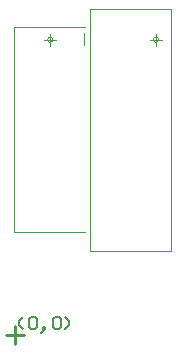
<source format=gbr>
%TF.GenerationSoftware,Altium Limited,Altium Designer,25.5.2 (35)*%
G04 Layer_Color=32768*
%FSLAX45Y45*%
%MOMM*%
%TF.SameCoordinates,F9D1B48F-3E51-4A7C-A873-13CCE31A6061*%
%TF.FilePolarity,Positive*%
%TF.FileFunction,Other,Assembly_Notes*%
%TF.Part,Single*%
G01*
G75*
%TA.AperFunction,NonConductor*%
%ADD20C,0.20000*%
%ADD27C,0.10000*%
%ADD28C,0.25400*%
D20*
X73322Y53322D02*
X40000Y86645D01*
Y119968D01*
X73322Y153290D01*
X123306Y136629D02*
X139968Y153290D01*
X173290D01*
X189951Y136629D01*
Y69984D01*
X173290Y53322D01*
X139968D01*
X123306Y69984D01*
Y136629D01*
X239936Y36661D02*
X256597Y53322D01*
Y69984D01*
X239936D01*
Y53322D01*
X256597D01*
X239936Y36661D01*
X223274Y20000D01*
X323242Y136629D02*
X339903Y153290D01*
X373226D01*
X389887Y136629D01*
Y69984D01*
X373226Y53322D01*
X339903D01*
X323242Y69984D01*
Y136629D01*
X423210Y53322D02*
X456532Y86645D01*
Y119968D01*
X423210Y153290D01*
D27*
X1218360Y2500000D02*
G03*
X1218360Y2500000I-22361J0D01*
G01*
X322361D02*
G03*
X322361Y2500000I-22361J0D01*
G01*
X1030998Y2764079D02*
X1085999D01*
X1325999D01*
X1026920D02*
X1030998D01*
X1145999Y2500000D02*
X1245999D01*
X1195999Y2450000D02*
Y2550000D01*
X1325999Y1710000D02*
Y2764079D01*
X640999Y715000D02*
Y2764079D01*
Y715000D02*
X1325999D01*
X640999Y2764079D02*
X1026920D01*
X1325999Y715000D02*
Y1710000D01*
X250000Y2500000D02*
X350000D01*
X300000Y2450000D02*
Y2550000D01*
X-3000Y2610000D02*
X592000D01*
X-3000Y870000D02*
X592000D01*
X590000Y2455000D02*
Y2555000D01*
X-3000Y870000D02*
Y2610000D01*
D28*
X0Y-76200D02*
Y76200D01*
X-76200Y0D02*
X76200D01*
%TF.MD5,8ca7f3e1f6fe5c650cd7119e06c902f7*%
M02*

</source>
